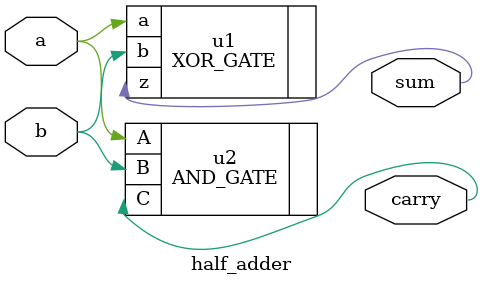
<source format=v>
`timescale 1ns / 1ps

 module half_adder(output sum, output carry, input a, input b);
    XOR_GATE u1(.z(sum), .a(a), .b(b));
    AND_GATE u2(.C(carry), .A(a), .B(b));
  endmodule

</source>
